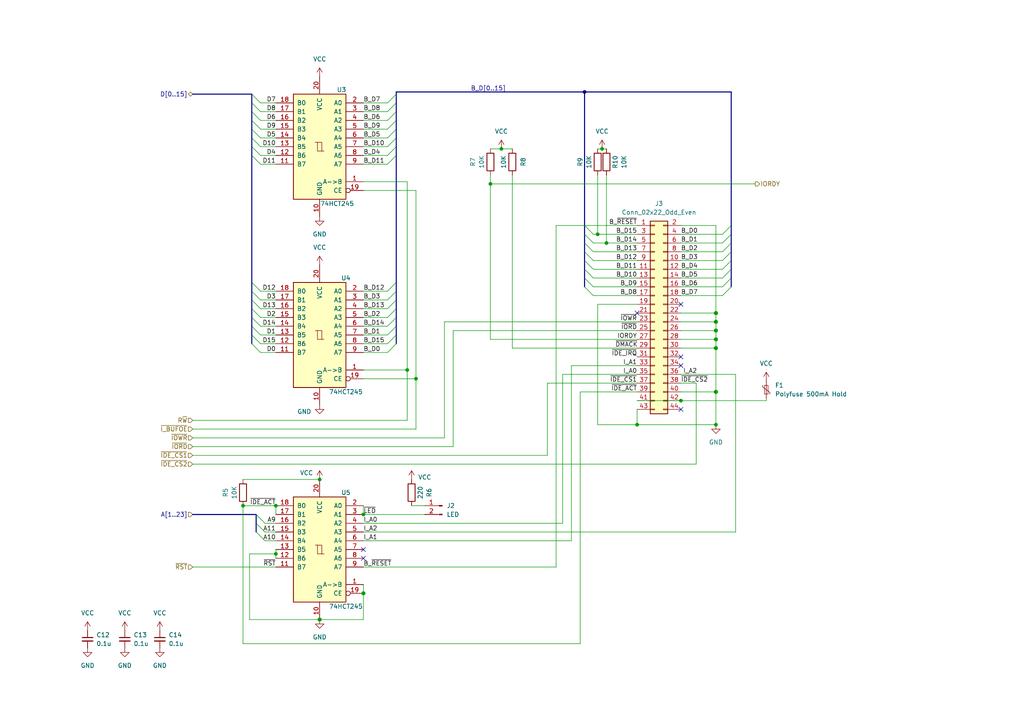
<source format=kicad_sch>
(kicad_sch (version 20211123) (generator eeschema)
  (paper "A4")
  (lib_symbols
    (symbol "74xx:74HC245" (pin_names (offset 1.016))
      (property "Reference" "U" (at -7.62 16.51 0))
      (property "Value" "74HC245" (at -7.62 -16.51 0))
      (symbol "74HC245_1_0"
        (polyline (pts (xy -0.635 -1.27) (xy -0.635 1.27) (xy 0.635 1.27)))
        (polyline (pts (xy -1.27 -1.27) (xy 0.635 -1.27) (xy 0.635 1.27) (xy 1.27 1.27)))
        (pin input line (at -12.7 -10.16 0) (length 5.08) (name "A->B") (number "1"))
        (pin power_in line (at 0 -20.32 90) (length 5.08) (name "GND") (number "10"))
        (pin tri_state line (at 12.7 -5.08 180) (length 5.08) (name "B7") (number "11"))
        (pin tri_state line (at 12.7 -2.54 180) (length 5.08) (name "B6") (number "12"))
        (pin tri_state line (at 12.7 0 180) (length 5.08) (name "B5") (number "13"))
        (pin tri_state line (at 12.7 2.54 180) (length 5.08) (name "B4") (number "14"))
        (pin tri_state line (at 12.7 5.08 180) (length 5.08) (name "B3") (number "15"))
        (pin tri_state line (at 12.7 7.62 180) (length 5.08) (name "B2") (number "16"))
        (pin tri_state line (at 12.7 10.16 180) (length 5.08) (name "B1") (number "17"))
        (pin tri_state line (at 12.7 12.7 180) (length 5.08) (name "B0") (number "18"))
        (pin input inverted (at -12.7 -12.7 0) (length 5.08) (name "CE") (number "19"))
        (pin tri_state line (at -12.7 12.7 0) (length 5.08) (name "A0") (number "2"))
        (pin power_in line (at 0 20.32 270) (length 5.08) (name "VCC") (number "20"))
        (pin tri_state line (at -12.7 10.16 0) (length 5.08) (name "A1") (number "3"))
        (pin tri_state line (at -12.7 7.62 0) (length 5.08) (name "A2") (number "4"))
        (pin tri_state line (at -12.7 5.08 0) (length 5.08) (name "A3") (number "5"))
        (pin tri_state line (at -12.7 2.54 0) (length 5.08) (name "A4") (number "6"))
        (pin tri_state line (at -12.7 0 0) (length 5.08) (name "A5") (number "7"))
        (pin tri_state line (at -12.7 -2.54 0) (length 5.08) (name "A6") (number "8"))
        (pin tri_state line (at -12.7 -5.08 0) (length 5.08) (name "A7") (number "9"))
      )
      (symbol "74HC245_1_1"
        (rectangle (start -7.62 15.24) (end 7.62 -15.24) (stroke (width 0.254)) (fill (type background)))
      )
    )
    (symbol "Connector:Conn_01x02_Male" (pin_names (offset 1.016) hide)
      (property "Reference" "J" (at 0 2.54 0))
      (property "Value" "Conn_01x02_Male" (at 0 -5.08 0))
      (symbol "Conn_01x02_Male_1_1"
        (polyline (pts (xy 1.27 -2.54) (xy 0.8636 -2.54)) (stroke (width 0.1524)))
        (polyline (pts (xy 1.27 0) (xy 0.8636 0)) (stroke (width 0.1524)))
        (rectangle (start 0.8636 -2.413) (end 0 -2.667) (stroke (width 0.1524)) (fill (type outline)))
        (rectangle (start 0.8636 0.127) (end 0 -0.127) (stroke (width 0.1524)) (fill (type outline)))
        (pin passive line (at 5.08 0 180) (length 3.81) (name "Pin_1") (number "1"))
        (pin passive line (at 5.08 -2.54 180) (length 3.81) (name "Pin_2") (number "2"))
      )
    )
    (symbol "Connector_Generic:Conn_02x22_Odd_Even" (pin_names (offset 1.016) hide)
      (property "Reference" "J" (at 1.27 27.94 0))
      (property "Value" "Conn_02x22_Odd_Even" (at 1.27 -30.48 0))
      (symbol "Conn_02x22_Odd_Even_1_1"
        (rectangle (start -1.27 -27.813) (end 0 -28.067) (stroke (width 0.1524)))
        (rectangle (start -1.27 -25.273) (end 0 -25.527) (stroke (width 0.1524)))
        (rectangle (start -1.27 -22.733) (end 0 -22.987) (stroke (width 0.1524)))
        (rectangle (start -1.27 -20.193) (end 0 -20.447) (stroke (width 0.1524)))
        (rectangle (start -1.27 -17.653) (end 0 -17.907) (stroke (width 0.1524)))
        (rectangle (start -1.27 -15.113) (end 0 -15.367) (stroke (width 0.1524)))
        (rectangle (start -1.27 -12.573) (end 0 -12.827) (stroke (width 0.1524)))
        (rectangle (start -1.27 -10.033) (end 0 -10.287) (stroke (width 0.1524)))
        (rectangle (start -1.27 -7.493) (end 0 -7.747) (stroke (width 0.1524)))
        (rectangle (start -1.27 -4.953) (end 0 -5.207) (stroke (width 0.1524)))
        (rectangle (start -1.27 -2.413) (end 0 -2.667) (stroke (width 0.1524)))
        (rectangle (start -1.27 0.127) (end 0 -0.127) (stroke (width 0.1524)))
        (rectangle (start -1.27 2.667) (end 0 2.413) (stroke (width 0.1524)))
        (rectangle (start -1.27 5.207) (end 0 4.953) (stroke (width 0.1524)))
        (rectangle (start -1.27 7.747) (end 0 7.493) (stroke (width 0.1524)))
        (rectangle (start -1.27 10.287) (end 0 10.033) (stroke (width 0.1524)))
        (rectangle (start -1.27 12.827) (end 0 12.573) (stroke (width 0.1524)))
        (rectangle (start -1.27 15.367) (end 0 15.113) (stroke (width 0.1524)))
        (rectangle (start -1.27 17.907) (end 0 17.653) (stroke (width 0.1524)))
        (rectangle (start -1.27 20.447) (end 0 20.193) (stroke (width 0.1524)))
        (rectangle (start -1.27 22.987) (end 0 22.733) (stroke (width 0.1524)))
        (rectangle (start -1.27 25.527) (end 0 25.273) (stroke (width 0.1524)))
        (rectangle (start -1.27 26.67) (end 3.81 -29.21) (stroke (width 0.254)) (fill (type background)))
        (rectangle (start 3.81 -27.813) (end 2.54 -28.067) (stroke (width 0.1524)))
        (rectangle (start 3.81 -25.273) (end 2.54 -25.527) (stroke (width 0.1524)))
        (rectangle (start 3.81 -22.733) (end 2.54 -22.987) (stroke (width 0.1524)))
        (rectangle (start 3.81 -20.193) (end 2.54 -20.447) (stroke (width 0.1524)))
        (rectangle (start 3.81 -17.653) (end 2.54 -17.907) (stroke (width 0.1524)))
        (rectangle (start 3.81 -15.113) (end 2.54 -15.367) (stroke (width 0.1524)))
        (rectangle (start 3.81 -12.573) (end 2.54 -12.827) (stroke (width 0.1524)))
        (rectangle (start 3.81 -10.033) (end 2.54 -10.287) (stroke (width 0.1524)))
        (rectangle (start 3.81 -7.493) (end 2.54 -7.747) (stroke (width 0.1524)))
        (rectangle (start 3.81 -4.953) (end 2.54 -5.207) (stroke (width 0.1524)))
        (rectangle (start 3.81 -2.413) (end 2.54 -2.667) (stroke (width 0.1524)))
        (rectangle (start 3.81 0.127) (end 2.54 -0.127) (stroke (width 0.1524)))
        (rectangle (start 3.81 2.667) (end 2.54 2.413) (stroke (width 0.1524)))
        (rectangle (start 3.81 5.207) (end 2.54 4.953) (stroke (width 0.1524)))
        (rectangle (start 3.81 7.747) (end 2.54 7.493) (stroke (width 0.1524)))
        (rectangle (start 3.81 10.287) (end 2.54 10.033) (stroke (width 0.1524)))
        (rectangle (start 3.81 12.827) (end 2.54 12.573) (stroke (width 0.1524)))
        (rectangle (start 3.81 15.367) (end 2.54 15.113) (stroke (width 0.1524)))
        (rectangle (start 3.81 17.907) (end 2.54 17.653) (stroke (width 0.1524)))
        (rectangle (start 3.81 20.447) (end 2.54 20.193) (stroke (width 0.1524)))
        (rectangle (start 3.81 22.987) (end 2.54 22.733) (stroke (width 0.1524)))
        (rectangle (start 3.81 25.527) (end 2.54 25.273) (stroke (width 0.1524)))
        (pin passive line (at -5.08 25.4 0) (length 3.81) (name "Pin_1") (number "1"))
        (pin passive line (at 7.62 15.24 180) (length 3.81) (name "Pin_10") (number "10"))
        (pin passive line (at -5.08 12.7 0) (length 3.81) (name "Pin_11") (number "11"))
        (pin passive line (at 7.62 12.7 180) (length 3.81) (name "Pin_12") (number "12"))
        (pin passive line (at -5.08 10.16 0) (length 3.81) (name "Pin_13") (number "13"))
        (pin passive line (at 7.62 10.16 180) (length 3.81) (name "Pin_14") (number "14"))
        (pin passive line (at -5.08 7.62 0) (length 3.81) (name "Pin_15") (number "15"))
        (pin passive line (at 7.62 7.62 180) (length 3.81) (name "Pin_16") (number "16"))
        (pin passive line (at -5.08 5.08 0) (length 3.81) (name "Pin_17") (number "17"))
        (pin passive line (at 7.62 5.08 180) (length 3.81) (name "Pin_18") (number "18"))
        (pin passive line (at -5.08 2.54 0) (length 3.81) (name "Pin_19") (number "19"))
        (pin passive line (at 7.62 25.4 180) (length 3.81) (name "Pin_2") (number "2"))
        (pin passive line (at 7.62 2.54 180) (length 3.81) (name "Pin_20") (number "20"))
        (pin passive line (at -5.08 0 0) (length 3.81) (name "Pin_21") (number "21"))
        (pin passive line (at 7.62 0 180) (length 3.81) (name "Pin_22") (number "22"))
        (pin passive line (at -5.08 -2.54 0) (length 3.81) (name "Pin_23") (number "23"))
        (pin passive line (at 7.62 -2.54 180) (length 3.81) (name "Pin_24") (number "24"))
        (pin passive line (at -5.08 -5.08 0) (length 3.81) (name "Pin_25") (number "25"))
        (pin passive line (at 7.62 -5.08 180) (length 3.81) (name "Pin_26") (number "26"))
        (pin passive line (at -5.08 -7.62 0) (length 3.81) (name "Pin_27") (number "27"))
        (pin passive line (at 7.62 -7.62 180) (length 3.81) (name "Pin_28") (number "28"))
        (pin passive line (at -5.08 -10.16 0) (length 3.81) (name "Pin_29") (number "29"))
        (pin passive line (at -5.08 22.86 0) (length 3.81) (name "Pin_3") (number "3"))
        (pin passive line (at 7.62 -10.16 180) (length 3.81) (name "Pin_30") (number "30"))
        (pin passive line (at -5.08 -12.7 0) (length 3.81) (name "Pin_31") (number "31"))
        (pin passive line (at 7.62 -12.7 180) (length 3.81) (name "Pin_32") (number "32"))
        (pin passive line (at -5.08 -15.24 0) (length 3.81) (name "Pin_33") (number "33"))
        (pin passive line (at 7.62 -15.24 180) (length 3.81) (name "Pin_34") (number "34"))
        (pin passive line (at -5.08 -17.78 0) (length 3.81) (name "Pin_35") (number "35"))
        (pin passive line (at 7.62 -17.78 180) (length 3.81) (name "Pin_36") (number "36"))
        (pin passive line (at -5.08 -20.32 0) (length 3.81) (name "Pin_37") (number "37"))
        (pin passive line (at 7.62 -20.32 180) (length 3.81) (name "Pin_38") (number "38"))
        (pin passive line (at -5.08 -22.86 0) (length 3.81) (name "Pin_39") (number "39"))
        (pin passive line (at 7.62 22.86 180) (length 3.81) (name "Pin_4") (number "4"))
        (pin passive line (at 7.62 -22.86 180) (length 3.81) (name "Pin_40") (number "40"))
        (pin passive line (at -5.08 -25.4 0) (length 3.81) (name "Pin_41") (number "41"))
        (pin passive line (at 7.62 -25.4 180) (length 3.81) (name "Pin_42") (number "42"))
        (pin passive line (at -5.08 -27.94 0) (length 3.81) (name "Pin_43") (number "43"))
        (pin passive line (at 7.62 -27.94 180) (length 3.81) (name "Pin_44") (number "44"))
        (pin passive line (at -5.08 20.32 0) (length 3.81) (name "Pin_5") (number "5"))
        (pin passive line (at 7.62 20.32 180) (length 3.81) (name "Pin_6") (number "6"))
        (pin passive line (at -5.08 17.78 0) (length 3.81) (name "Pin_7") (number "7"))
        (pin passive line (at 7.62 17.78 180) (length 3.81) (name "Pin_8") (number "8"))
        (pin passive line (at -5.08 15.24 0) (length 3.81) (name "Pin_9") (number "9"))
      )
    )
    (symbol "Device:C_Small" (pin_numbers hide) (pin_names (offset 0.254) hide)
      (property "Reference" "C" (at 0.254 1.778 0))
      (property "Value" "C_Small" (at 0.254 -2.032 0))
      (symbol "C_Small_0_1"
        (polyline (pts (xy -1.524 -0.508) (xy 1.524 -0.508)) (stroke (width 0.3302)))
        (polyline (pts (xy -1.524 0.508) (xy 1.524 0.508)) (stroke (width 0.3048)))
      )
      (symbol "C_Small_1_1"
        (pin passive line (at 0 2.54 270) (length 2.032) (name "~") (number "1"))
        (pin passive line (at 0 -2.54 90) (length 2.032) (name "~") (number "2"))
      )
    )
    (symbol "Device:Polyfuse_Small" (pin_numbers hide) (pin_names (offset 0))
      (property "Reference" "F" (at -1.905 0 90))
      (property "Value" "Polyfuse_Small" (at 1.905 0 90))
      (symbol "Polyfuse_Small_0_1"
        (rectangle (start -0.508 1.27) (end 0.508 -1.27))
        (polyline (pts (xy 0 2.54) (xy 0 -2.54)))
        (polyline (pts (xy -1.016 1.27) (xy -1.016 0.762) (xy 1.016 -0.762) (xy 1.016 -1.27)))
      )
      (symbol "Polyfuse_Small_1_1"
        (pin passive line (at 0 2.54 270) (length 0.635) (name "~") (number "1"))
        (pin passive line (at 0 -2.54 90) (length 0.635) (name "~") (number "2"))
      )
    )
    (symbol "Device:R" (pin_numbers hide) (pin_names (offset 0))
      (property "Reference" "R" (at 2.032 0 90))
      (property "Value" "R" (at 0 0 90))
      (symbol "R_0_1"
        (rectangle (start -1.016 -2.54) (end 1.016 2.54) (stroke (width 0.254)))
      )
      (symbol "R_1_1"
        (pin passive line (at 0 3.81 270) (length 1.27) (name "~") (number "1"))
        (pin passive line (at 0 -3.81 90) (length 1.27) (name "~") (number "2"))
      )
    )
    (symbol "power:GND" (power) (pin_names (offset 0))
      (property "Value" "GND" (at 0 -3.81 0))
      (symbol "GND_0_1"
        (polyline (pts (xy 0 0) (xy 0 -1.27) (xy 1.27 -1.27) (xy 0 -2.54) (xy -1.27 -1.27) (xy 0 -1.27)))
      )
      (symbol "GND_1_1"
        (pin power_in line (at 0 0 270) (length 0) hide (name "GND") (number "1"))
      )
    )
    (symbol "power:VCC" (power) (pin_names (offset 0))
      (property "Value" "VCC" (at 0 3.81 0))
      (symbol "VCC_0_1"
        (polyline (pts (xy -0.762 1.27) (xy 0 2.54)))
        (polyline (pts (xy 0 0) (xy 0 2.54)))
        (polyline (pts (xy 0 2.54) (xy 0.762 1.27)))
      )
      (symbol "VCC_1_1"
        (pin power_in line (at 0 0 90) (length 0) hide (name "VCC") (number "1"))
      )
    )
  )
  (junction (at 145.415 43.18))
  (junction (at 92.71 139.065))
  (junction (at 80.01 160.655))
  (junction (at 120.65 109.855))
  (junction (at 207.645 95.885) (diameter 1.016))
  (junction (at 118.11 107.315))
  (junction (at 207.645 123.19))
  (junction (at 105.41 172.085) (diameter 1.016))
  (junction (at 207.645 98.425) (diameter 1.016))
  (junction (at 207.645 93.345) (diameter 1.016))
  (junction (at 142.24 53.34))
  (junction (at 70.485 146.685))
  (junction (at 174.625 43.18))
  (junction (at 175.895 70.485))
  (junction (at 207.645 113.665) (diameter 1.016))
  (junction (at 197.485 116.205))
  (junction (at 207.645 90.805) (diameter 1.016))
  (junction (at 184.785 123.19))
  (junction (at 173.355 67.945))
  (junction (at 207.645 100.965) (diameter 1.016))
  (junction (at 169.545 26.67))
  (junction (at 92.71 179.705) (diameter 1.016))
  (junction (at 80.01 146.685))
  (junction (at 105.41 149.225))
  (no_connect (at 184.785 90.805))
  (no_connect (at 105.41 159.385))
  (no_connect (at 105.41 161.925))
  (no_connect (at 197.485 103.505))
  (no_connect (at 197.485 106.045))
  (no_connect (at 197.485 118.745))
  (no_connect (at 197.485 88.265))
  (bus_entry (at 73.025 97.155) (size 2.54 2.54))
  (bus_entry (at 73.025 29.845) (size 2.54 2.54))
  (bus_entry (at 112.395 37.465) (size 2.54 -2.54))
  (bus_entry (at 73.025 40.005) (size 2.54 2.54))
  (bus_entry (at 112.395 94.615) (size 2.54 -2.54))
  (bus_entry (at 73.025 94.615) (size 2.54 2.54))
  (bus_entry (at 112.395 97.155) (size 2.54 -2.54))
  (bus_entry (at 169.545 67.945) (size 2.54 2.54))
  (bus_entry (at 74.295 154.305) (size 2.54 2.54))
  (bus_entry (at 209.55 83.185) (size 2.54 -2.54))
  (bus_entry (at 169.545 80.645) (size 2.54 2.54))
  (bus_entry (at 209.55 70.485) (size 2.54 -2.54))
  (bus_entry (at 209.55 75.565) (size 2.54 -2.54))
  (bus_entry (at 112.395 84.455) (size 2.54 -2.54))
  (bus_entry (at 209.55 67.945) (size 2.54 -2.54))
  (bus_entry (at 209.55 80.645) (size 2.54 -2.54))
  (bus_entry (at 74.295 149.225) (size 2.54 2.54))
  (bus_entry (at 73.025 34.925) (size 2.54 2.54))
  (bus_entry (at 112.395 92.075) (size 2.54 -2.54))
  (bus_entry (at 74.295 151.765) (size 2.54 2.54))
  (bus_entry (at 112.395 86.995) (size 2.54 -2.54))
  (bus_entry (at 169.545 70.485) (size 2.54 2.54))
  (bus_entry (at 73.025 89.535) (size 2.54 2.54))
  (bus_entry (at 112.395 99.695) (size 2.54 -2.54))
  (bus_entry (at 112.395 32.385) (size 2.54 -2.54))
  (bus_entry (at 73.025 84.455) (size 2.54 2.54))
  (bus_entry (at 112.395 40.005) (size 2.54 -2.54))
  (bus_entry (at 112.395 42.545) (size 2.54 -2.54))
  (bus_entry (at 169.545 83.185) (size 2.54 2.54))
  (bus_entry (at 73.025 81.915) (size 2.54 2.54))
  (bus_entry (at 73.025 37.465) (size 2.54 2.54))
  (bus_entry (at 112.395 45.085) (size 2.54 -2.54))
  (bus_entry (at 169.545 78.105) (size 2.54 2.54))
  (bus_entry (at 209.55 73.025) (size 2.54 -2.54))
  (bus_entry (at 209.55 85.725) (size 2.54 -2.54))
  (bus_entry (at 73.025 27.305) (size 2.54 2.54))
  (bus_entry (at 169.545 65.405) (size 2.54 2.54))
  (bus_entry (at 169.545 75.565) (size 2.54 2.54))
  (bus_entry (at 169.545 73.025) (size 2.54 2.54))
  (bus_entry (at 73.025 32.385) (size 2.54 2.54))
  (bus_entry (at 112.395 89.535) (size 2.54 -2.54))
  (bus_entry (at 112.395 34.925) (size 2.54 -2.54))
  (bus_entry (at 112.395 29.845) (size 2.54 -2.54))
  (bus_entry (at 209.55 78.105) (size 2.54 -2.54))
  (bus_entry (at 73.025 42.545) (size 2.54 2.54))
  (bus_entry (at 73.025 86.995) (size 2.54 2.54))
  (bus_entry (at 73.025 92.075) (size 2.54 2.54))
  (bus_entry (at 112.395 47.625) (size 2.54 -2.54))
  (bus_entry (at 73.025 45.085) (size 2.54 2.54))
  (bus_entry (at 73.025 99.695) (size 2.54 2.54))
  (bus_entry (at 112.395 102.235) (size 2.54 -2.54))
  (bus (pts (xy 114.935 37.465) (xy 114.935 40.005)))
  (bus (pts (xy 212.09 26.67) (xy 169.545 26.67)))
  (wire (pts (xy 105.41 45.085) (xy 112.395 45.085)))
  (wire (pts (xy 75.565 102.235) (xy 80.01 102.235)))
  (wire (pts (xy 55.88 121.92) (xy 118.11 121.92)))
  (wire (pts (xy 75.565 32.385) (xy 80.01 32.385)))
  (bus (pts (xy 114.935 92.075) (xy 114.935 94.615)))
  (wire (pts (xy 105.41 109.855) (xy 120.65 109.855)))
  (bus (pts (xy 73.025 94.615) (xy 73.025 92.075)))
  (wire (pts (xy 120.65 124.46) (xy 55.88 124.46)))
  (wire (pts (xy 197.485 80.645) (xy 209.55 80.645)))
  (bus (pts (xy 74.295 151.765) (xy 74.295 149.225)))
  (bus (pts (xy 73.025 37.465) (xy 73.025 34.925)))
  (bus (pts (xy 114.935 84.455) (xy 114.935 86.995)))
  (wire (pts (xy 197.485 73.025) (xy 209.55 73.025)))
  (bus (pts (xy 114.935 94.615) (xy 114.935 97.155)))
  (wire (pts (xy 76.835 151.765) (xy 80.01 151.765)))
  (wire (pts (xy 75.565 34.925) (xy 80.01 34.925)))
  (wire (pts (xy 169.545 65.405) (xy 184.785 65.405)))
  (wire (pts (xy 105.41 97.155) (xy 112.395 97.155)))
  (wire (pts (xy 197.485 111.125) (xy 201.93 111.125)))
  (bus (pts (xy 114.935 45.085) (xy 114.935 81.915)))
  (wire (pts (xy 174.625 43.18) (xy 175.895 43.18)))
  (wire (pts (xy 172.085 75.565) (xy 184.785 75.565)))
  (wire (pts (xy 120.65 55.245) (xy 120.65 109.855)))
  (bus (pts (xy 73.025 29.845) (xy 73.025 27.305)))
  (bus (pts (xy 169.545 26.67) (xy 169.545 65.405)))
  (wire (pts (xy 75.565 42.545) (xy 80.01 42.545)))
  (bus (pts (xy 169.545 65.405) (xy 169.545 67.945)))
  (wire (pts (xy 105.41 34.925) (xy 112.395 34.925)))
  (wire (pts (xy 172.085 70.485) (xy 175.895 70.485)))
  (wire (pts (xy 197.485 85.725) (xy 209.55 85.725)))
  (wire (pts (xy 118.11 107.315) (xy 118.11 121.92)))
  (wire (pts (xy 128.905 93.345) (xy 128.905 127)))
  (wire (pts (xy 75.565 84.455) (xy 80.01 84.455)))
  (wire (pts (xy 120.65 109.855) (xy 120.65 124.46)))
  (wire (pts (xy 197.485 78.105) (xy 209.55 78.105)))
  (wire (pts (xy 105.41 169.545) (xy 105.41 172.085)))
  (wire (pts (xy 105.41 99.695) (xy 112.395 99.695)))
  (wire (pts (xy 105.41 52.705) (xy 118.11 52.705)))
  (wire (pts (xy 142.24 53.34) (xy 219.075 53.34)))
  (wire (pts (xy 72.39 160.655) (xy 80.01 160.655)))
  (wire (pts (xy 197.485 70.485) (xy 209.55 70.485)))
  (wire (pts (xy 184.785 116.205) (xy 197.485 116.205)))
  (wire (pts (xy 105.41 94.615) (xy 112.395 94.615)))
  (wire (pts (xy 105.41 55.245) (xy 120.65 55.245)))
  (wire (pts (xy 105.41 149.225) (xy 123.19 149.225)))
  (wire (pts (xy 184.785 108.585) (xy 163.195 108.585)))
  (wire (pts (xy 80.01 159.385) (xy 80.01 160.655)))
  (bus (pts (xy 73.025 97.155) (xy 73.025 94.615)))
  (bus (pts (xy 73.025 99.695) (xy 73.025 97.155)))
  (wire (pts (xy 197.485 93.345) (xy 207.645 93.345)))
  (bus (pts (xy 114.935 81.915) (xy 114.935 84.455)))
  (wire (pts (xy 105.41 32.385) (xy 112.395 32.385)))
  (wire (pts (xy 55.88 132.08) (xy 158.75 132.08)))
  (bus (pts (xy 74.295 154.305) (xy 74.295 151.765)))
  (wire (pts (xy 197.485 75.565) (xy 209.55 75.565)))
  (wire (pts (xy 75.565 99.695) (xy 80.01 99.695)))
  (wire (pts (xy 172.085 73.025) (xy 184.785 73.025)))
  (bus (pts (xy 73.025 92.075) (xy 73.025 89.535)))
  (wire (pts (xy 207.645 90.805) (xy 197.485 90.805)))
  (wire (pts (xy 184.785 98.425) (xy 142.24 98.425)))
  (wire (pts (xy 197.485 65.405) (xy 207.645 65.405)))
  (wire (pts (xy 173.355 50.8) (xy 173.355 67.945)))
  (bus (pts (xy 169.545 78.105) (xy 169.545 80.645)))
  (bus (pts (xy 114.935 42.545) (xy 114.935 45.085)))
  (bus (pts (xy 73.025 34.925) (xy 73.025 32.385)))
  (wire (pts (xy 158.75 111.125) (xy 158.75 132.08)))
  (wire (pts (xy 213.36 154.305) (xy 213.36 108.585)))
  (wire (pts (xy 75.565 92.075) (xy 80.01 92.075)))
  (wire (pts (xy 105.41 84.455) (xy 112.395 84.455)))
  (wire (pts (xy 184.785 93.345) (xy 128.905 93.345)))
  (wire (pts (xy 75.565 89.535) (xy 80.01 89.535)))
  (bus (pts (xy 114.935 97.155) (xy 114.935 99.695)))
  (wire (pts (xy 169.545 65.405) (xy 161.29 65.405)))
  (wire (pts (xy 148.59 50.8) (xy 148.59 100.965)))
  (wire (pts (xy 105.41 92.075) (xy 112.395 92.075)))
  (bus (pts (xy 73.025 84.455) (xy 73.025 81.915)))
  (wire (pts (xy 76.835 156.845) (xy 80.01 156.845)))
  (wire (pts (xy 161.29 164.465) (xy 105.41 164.465)))
  (bus (pts (xy 55.88 149.225) (xy 74.295 149.225)))
  (wire (pts (xy 105.41 37.465) (xy 112.395 37.465)))
  (wire (pts (xy 70.485 139.065) (xy 92.71 139.065)))
  (wire (pts (xy 75.565 97.155) (xy 80.01 97.155)))
  (wire (pts (xy 55.88 164.465) (xy 80.01 164.465)))
  (bus (pts (xy 114.935 86.995) (xy 114.935 89.535)))
  (wire (pts (xy 197.485 108.585) (xy 213.36 108.585)))
  (wire (pts (xy 131.445 129.54) (xy 131.445 95.885)))
  (wire (pts (xy 184.785 95.885) (xy 131.445 95.885)))
  (bus (pts (xy 212.09 67.945) (xy 212.09 70.485)))
  (bus (pts (xy 169.545 73.025) (xy 169.545 75.565)))
  (wire (pts (xy 105.41 172.085) (xy 105.41 179.705)))
  (wire (pts (xy 75.565 40.005) (xy 80.01 40.005)))
  (wire (pts (xy 173.355 43.18) (xy 174.625 43.18)))
  (bus (pts (xy 212.09 65.405) (xy 212.09 67.945)))
  (wire (pts (xy 105.41 47.625) (xy 112.395 47.625)))
  (wire (pts (xy 75.565 86.995) (xy 80.01 86.995)))
  (wire (pts (xy 148.59 100.965) (xy 184.785 100.965)))
  (bus (pts (xy 73.025 86.995) (xy 73.025 84.455)))
  (wire (pts (xy 163.195 151.765) (xy 105.41 151.765)))
  (bus (pts (xy 73.025 81.915) (xy 73.025 45.085)))
  (wire (pts (xy 197.485 116.205) (xy 222.25 116.205)))
  (bus (pts (xy 73.025 32.385) (xy 73.025 29.845)))
  (wire (pts (xy 55.88 129.54) (xy 131.445 129.54)))
  (wire (pts (xy 75.565 37.465) (xy 80.01 37.465)))
  (bus (pts (xy 55.88 27.305) (xy 73.025 27.305)))
  (wire (pts (xy 172.085 78.105) (xy 184.785 78.105)))
  (wire (pts (xy 197.485 100.965) (xy 207.645 100.965)))
  (wire (pts (xy 105.41 156.845) (xy 165.735 156.845)))
  (wire (pts (xy 168.275 186.69) (xy 70.485 186.69)))
  (wire (pts (xy 75.565 47.625) (xy 80.01 47.625)))
  (wire (pts (xy 145.415 43.18) (xy 148.59 43.18)))
  (wire (pts (xy 207.645 100.965) (xy 207.645 113.665)))
  (wire (pts (xy 173.355 88.265) (xy 173.355 123.19)))
  (wire (pts (xy 105.41 154.305) (xy 213.36 154.305)))
  (wire (pts (xy 172.085 67.945) (xy 173.355 67.945)))
  (wire (pts (xy 165.735 106.045) (xy 184.785 106.045)))
  (bus (pts (xy 212.09 80.645) (xy 212.09 83.185)))
  (wire (pts (xy 55.88 127) (xy 128.905 127)))
  (wire (pts (xy 92.71 179.705) (xy 105.41 179.705)))
  (wire (pts (xy 197.485 67.945) (xy 209.55 67.945)))
  (wire (pts (xy 168.275 113.665) (xy 168.275 186.69)))
  (wire (pts (xy 201.93 111.125) (xy 201.93 134.62)))
  (wire (pts (xy 172.085 83.185) (xy 184.785 83.185)))
  (wire (pts (xy 197.485 83.185) (xy 209.55 83.185)))
  (wire (pts (xy 142.24 98.425) (xy 142.24 53.34)))
  (wire (pts (xy 105.41 107.315) (xy 118.11 107.315)))
  (wire (pts (xy 105.41 86.995) (xy 112.395 86.995)))
  (wire (pts (xy 207.645 113.665) (xy 197.485 113.665)))
  (bus (pts (xy 114.935 27.305) (xy 114.935 29.845)))
  (bus (pts (xy 73.025 45.085) (xy 73.025 42.545)))
  (wire (pts (xy 105.41 40.005) (xy 112.395 40.005)))
  (bus (pts (xy 73.025 89.535) (xy 73.025 86.995)))
  (wire (pts (xy 207.645 93.345) (xy 207.645 90.805)))
  (bus (pts (xy 169.545 80.645) (xy 169.545 83.185)))
  (wire (pts (xy 75.565 29.845) (xy 80.01 29.845)))
  (wire (pts (xy 105.41 146.685) (xy 105.41 149.225)))
  (wire (pts (xy 222.25 116.205) (xy 222.25 115.57)))
  (wire (pts (xy 75.565 94.615) (xy 80.01 94.615)))
  (wire (pts (xy 76.835 154.305) (xy 80.01 154.305)))
  (bus (pts (xy 114.935 26.67) (xy 114.935 27.305)))
  (wire (pts (xy 197.485 95.885) (xy 207.645 95.885)))
  (wire (pts (xy 184.785 88.265) (xy 173.355 88.265)))
  (bus (pts (xy 212.09 26.67) (xy 212.09 65.405)))
  (wire (pts (xy 168.275 113.665) (xy 184.785 113.665)))
  (wire (pts (xy 55.88 134.62) (xy 201.93 134.62)))
  (wire (pts (xy 173.355 123.19) (xy 184.785 123.19)))
  (bus (pts (xy 114.935 32.385) (xy 114.935 34.925)))
  (wire (pts (xy 207.645 65.405) (xy 207.645 90.805)))
  (wire (pts (xy 197.485 98.425) (xy 207.645 98.425)))
  (wire (pts (xy 118.11 52.705) (xy 118.11 107.315)))
  (bus (pts (xy 212.09 78.105) (xy 212.09 80.645)))
  (wire (pts (xy 105.41 29.845) (xy 112.395 29.845)))
  (bus (pts (xy 212.09 75.565) (xy 212.09 78.105)))
  (wire (pts (xy 207.645 113.665) (xy 207.645 123.19)))
  (bus (pts (xy 114.935 26.67) (xy 169.545 26.67)))
  (wire (pts (xy 207.645 98.425) (xy 207.645 95.885)))
  (wire (pts (xy 175.895 70.485) (xy 184.785 70.485)))
  (wire (pts (xy 163.195 108.585) (xy 163.195 151.765)))
  (wire (pts (xy 158.75 111.125) (xy 184.785 111.125)))
  (wire (pts (xy 119.38 146.685) (xy 123.19 146.685)))
  (bus (pts (xy 114.935 40.005) (xy 114.935 42.545)))
  (wire (pts (xy 207.645 95.885) (xy 207.645 93.345)))
  (bus (pts (xy 73.025 42.545) (xy 73.025 40.005)))
  (wire (pts (xy 165.735 156.845) (xy 165.735 106.045)))
  (wire (pts (xy 80.01 160.655) (xy 80.01 161.925)))
  (wire (pts (xy 80.01 146.685) (xy 80.01 149.225)))
  (bus (pts (xy 212.09 70.485) (xy 212.09 73.025)))
  (wire (pts (xy 172.085 85.725) (xy 184.785 85.725)))
  (wire (pts (xy 175.895 50.8) (xy 175.895 70.485)))
  (wire (pts (xy 142.24 53.34) (xy 142.24 50.8)))
  (bus (pts (xy 169.545 75.565) (xy 169.545 78.105)))
  (bus (pts (xy 212.09 73.025) (xy 212.09 75.565)))
  (bus (pts (xy 169.545 67.945) (xy 169.545 70.485)))
  (wire (pts (xy 72.39 179.705) (xy 92.71 179.705)))
  (bus (pts (xy 114.935 34.925) (xy 114.935 37.465)))
  (wire (pts (xy 105.41 102.235) (xy 112.395 102.235)))
  (bus (pts (xy 114.935 29.845) (xy 114.935 32.385)))
  (wire (pts (xy 184.785 123.19) (xy 207.645 123.19)))
  (wire (pts (xy 70.485 146.685) (xy 80.01 146.685)))
  (wire (pts (xy 207.645 100.965) (xy 207.645 98.425)))
  (wire (pts (xy 72.39 160.655) (xy 72.39 179.705)))
  (wire (pts (xy 161.29 65.405) (xy 161.29 164.465)))
  (bus (pts (xy 114.935 89.535) (xy 114.935 92.075)))
  (wire (pts (xy 75.565 45.085) (xy 80.01 45.085)))
  (wire (pts (xy 184.785 118.745) (xy 184.785 123.19)))
  (wire (pts (xy 105.41 42.545) (xy 112.395 42.545)))
  (wire (pts (xy 173.355 67.945) (xy 184.785 67.945)))
  (wire (pts (xy 142.24 43.18) (xy 145.415 43.18)))
  (wire (pts (xy 70.485 186.69) (xy 70.485 146.685)))
  (bus (pts (xy 169.545 70.485) (xy 169.545 73.025)))
  (bus (pts (xy 73.025 40.005) (xy 73.025 37.465)))
  (wire (pts (xy 172.085 80.645) (xy 184.785 80.645)))
  (wire (pts (xy 105.41 89.535) (xy 112.395 89.535)))
  (label "I_A1" (at 184.785 106.045 180))
  (label "B_D[0..15]" (at 136.525 26.67 0))
  (label "B_~{RESET}" (at 184.785 65.405 180))
  (label "B_D7" (at 105.41 29.845 0))
  (label "B_D4" (at 197.485 78.105 0))
  (label "B_D6" (at 197.485 83.185 0))
  (label "I_A2" (at 198.12 108.585 0))
  (label "B_D0" (at 105.41 102.235 0))
  (label "B_D9" (at 105.41 37.465 0))
  (label "B_D13" (at 184.785 73.025 180))
  (label "B_D0" (at 197.485 67.945 0))
  (label "I_A2" (at 105.41 154.305 0))
  (label "~{LED}" (at 105.41 149.225 0))
  (label "D4" (at 80.01 45.085 180))
  (label "~{RST}" (at 80.01 164.465 180))
  (label "B_D7" (at 197.485 85.725 0))
  (label "D11" (at 80.01 47.625 180))
  (label "~{IDE_ACT}" (at 80.01 146.685 180))
  (label "B_D8" (at 105.41 32.385 0))
  (label "B_D5" (at 105.41 40.005 0))
  (label "B_D4" (at 105.41 45.085 0))
  (label "B_D2" (at 197.485 73.025 0))
  (label "B_D10" (at 105.41 42.545 0))
  (label "D13" (at 80.01 89.535 180))
  (label "B_D14" (at 184.785 70.485 180))
  (label "B_D15" (at 105.41 99.695 0))
  (label "D7" (at 80.01 29.845 180))
  (label "D14" (at 80.01 94.615 180))
  (label "B_D14" (at 105.41 94.615 0))
  (label "D3" (at 80.01 86.995 180))
  (label "D15" (at 80.01 99.695 180))
  (label "A9" (at 80.01 151.765 180))
  (label "B_D1" (at 105.41 97.155 0))
  (label "B_D3" (at 197.485 75.565 0))
  (label "~{IDE_ACT}" (at 184.785 113.665 180))
  (label "D8" (at 80.01 32.385 180))
  (label "D5" (at 80.01 40.005 180))
  (label "A11" (at 80.01 154.305 180))
  (label "D0" (at 80.01 102.235 180))
  (label "I_A0" (at 105.41 151.765 0))
  (label "B_~{RESET}" (at 105.41 164.465 0))
  (label "B_D11" (at 184.785 78.105 180))
  (label "B_D9" (at 184.785 83.185 180))
  (label "B_D8" (at 184.785 85.725 180))
  (label "~{IOWR}" (at 184.785 93.345 180))
  (label "~{IDE_CS2}" (at 197.485 111.125 0))
  (label "~{IDE_IRQ}" (at 184.785 103.505 180))
  (label "A10" (at 80.01 156.845 180))
  (label "B_D5" (at 197.485 80.645 0))
  (label "D2" (at 80.01 92.075 180))
  (label "B_D13" (at 105.41 89.535 0))
  (label "I_A1" (at 105.41 156.845 0))
  (label "B_D10" (at 184.785 80.645 180))
  (label "D10" (at 80.01 42.545 180))
  (label "~{DMACK}" (at 178.435 100.965 0))
  (label "~{IDE_CS1}" (at 184.785 111.125 180))
  (label "IORDY" (at 184.785 98.425 180))
  (label "B_D6" (at 105.41 34.925 0))
  (label "B_D12" (at 184.785 75.565 180))
  (label "B_D12" (at 105.41 84.455 0))
  (label "D12" (at 80.01 84.455 180))
  (label "I_A0" (at 184.785 108.585 180))
  (label "B_D3" (at 105.41 86.995 0))
  (label "D6" (at 80.01 34.925 180))
  (label "D9" (at 80.01 37.465 180))
  (label "~{IORD}" (at 184.785 95.885 180))
  (label "B_D11" (at 105.41 47.625 0))
  (label "B_D15" (at 184.785 67.945 180))
  (label "B_D1" (at 197.485 70.485 0))
  (label "B_D2" (at 105.41 92.075 0))
  (label "D1" (at 80.01 97.155 180))
  (hierarchical_label "D[0..15]" (shape bidirectional) (at 55.88 27.305 180))
  (hierarchical_label "~{IORD}" (shape input) (at 55.88 129.54 180))
  (hierarchical_label "A[1..23]" (shape input) (at 55.88 149.225 180))
  (hierarchical_label "IORDY" (shape output) (at 219.075 53.34 0))
  (hierarchical_label "~{IDE_CS1}" (shape input) (at 55.88 132.08 180))
  (hierarchical_label "R~{W}" (shape input) (at 55.88 121.92 180))
  (hierarchical_label "~{IDE_CS2}" (shape input) (at 55.88 134.62 180))
  (hierarchical_label "~{IOWR}" (shape input) (at 55.88 127 180))
  (hierarchical_label "~{I_BUFOE}" (shape input) (at 55.88 124.46 180))
  (hierarchical_label "~{RST}" (shape input) (at 55.88 164.465 180))
  (symbol (lib_id "power:VCC") (at 92.71 139.065 0) (unit 1)
    (property "Reference" "#PWR035" (effects hide))
    (property "Value" "VCC" (at 88.9 137.16 0))
  )
  (symbol (lib_id "Device:C_Small") (at 46.355 185.42 0) (unit 1)
    (property "Reference" "C14" (at 48.895 184.1499 0) (effects (justify left)))
    (property "Value" "0.1u" (at 48.895 186.6899 0) (effects (justify left)))
    (property "Footprint" "Capacitor_SMD:C_0603_1608Metric" (effects hide))
    (property "LCSC #" "C14663" (effects hide))
  )
  (symbol (lib_id "power:VCC") (at 145.415 43.18 0) (unit 1)
    (property "Reference" "#PWR038" (effects hide))
    (property "Value" "VCC" (at 145.415 38.1 0))
  )
  (symbol (lib_id "power:GND") (at 36.195 187.96 0) (unit 1)
    (property "Reference" "#PWR028" (effects hide))
    (property "Value" "GND" (at 36.195 193.04 0))
  )
  (symbol (lib_id "74xx:74HC245") (at 92.71 97.155 0) (mirror y) (unit 1)
    (property "Reference" "U4" (at 100.33 80.645 0))
    (property "Value" "74HCT245" (at 100.33 113.665 0))
    (property "Footprint" "Package_SO:TSSOP-20_4.4x6.5mm_P0.65mm" (effects hide))
    (property "Datasheet" "http://www.ti.com/lit/gpn/sn74HC245" (effects hide))
    (property "LCSC #" "C6779" (effects hide))
  )
  (symbol (lib_id "power:VCC") (at 92.71 22.225 0) (unit 1)
    (property "Reference" "#PWR031" (effects hide))
    (property "Value" "VCC" (at 92.71 17.145 0))
  )
  (symbol (lib_id "power:VCC") (at 46.355 182.88 0) (unit 1)
    (property "Reference" "#PWR029" (effects hide))
    (property "Value" "VCC" (at 46.355 177.8 0))
  )
  (symbol (lib_id "Device:R") (at 175.895 46.99 180) (unit 1)
    (property "Reference" "R10" (at 178.435 46.99 90))
    (property "Value" "10K" (at 180.975 46.99 90))
    (property "Footprint" "Resistor_SMD:R_0603_1608Metric" (effects hide))
    (property "LCSC #" "C25804" (effects hide))
  )
  (symbol (lib_id "Device:R") (at 173.355 46.99 180) (unit 1)
    (property "Reference" "R9" (at 168.275 46.99 90))
    (property "Value" "10K" (at 170.815 46.99 90))
    (property "Footprint" "Resistor_SMD:R_0603_1608Metric" (effects hide))
    (property "LCSC #" "C25804" (effects hide))
  )
  (symbol (lib_id "power:GND") (at 207.645 123.19 0) (unit 1)
    (property "Reference" "#PWR040" (effects hide))
    (property "Value" "GND" (at 207.645 128.27 0))
  )
  (symbol (lib_id "Device:C_Small") (at 36.195 185.42 0) (unit 1)
    (property "Reference" "C13" (at 38.735 184.1499 0) (effects (justify left)))
    (property "Value" "0.1u" (at 38.735 186.6899 0) (effects (justify left)))
    (property "Footprint" "Capacitor_SMD:C_0603_1608Metric" (effects hide))
    (property "LCSC #" "C14663" (effects hide))
  )
  (symbol (lib_id "Device:R") (at 148.59 46.99 180) (unit 1)
    (property "Reference" "R8" (at 151.765 46.99 90))
    (property "Value" "10K" (at 146.05 46.99 90))
    (property "Footprint" "Resistor_SMD:R_0603_1608Metric" (effects hide))
    (property "LCSC #" "C25804" (effects hide))
  )
  (symbol (lib_id "power:GND") (at 92.71 179.705 0) (unit 1)
    (property "Reference" "#PWR036" (effects hide))
    (property "Value" "GND" (at 92.71 184.785 0))
  )
  (symbol (lib_id "74xx:74HC245") (at 92.71 159.385 0) (mirror y) (unit 1)
    (property "Reference" "U5" (at 100.33 142.875 0))
    (property "Value" "74HCT245" (at 100.33 175.895 0))
    (property "Footprint" "Package_SO:TSSOP-20_4.4x6.5mm_P0.65mm" (effects hide))
    (property "Datasheet" "http://www.ti.com/lit/gpn/sn74HC245" (effects hide))
    (property "LCSC #" "C6779" (effects hide))
  )
  (symbol (lib_id "Device:C_Small") (at 25.4 185.42 0) (unit 1)
    (property "Reference" "C12" (at 27.94 184.1499 0) (effects (justify left)))
    (property "Value" "0.1u" (at 27.94 186.6899 0) (effects (justify left)))
    (property "Footprint" "Capacitor_SMD:C_0603_1608Metric" (effects hide))
    (property "LCSC #" "C14663" (effects hide))
  )
  (symbol (lib_id "power:VCC") (at 36.195 182.88 0) (unit 1)
    (property "Reference" "#PWR027" (effects hide))
    (property "Value" "VCC" (at 36.195 177.8 0))
  )
  (symbol (lib_id "Device:R") (at 70.485 142.875 180) (unit 1)
    (property "Reference" "R5" (at 65.405 142.875 90))
    (property "Value" "10K" (at 67.945 142.875 90))
    (property "Footprint" "Resistor_SMD:R_0603_1608Metric" (effects hide))
    (property "LCSC #" "C25804" (effects hide))
  )
  (symbol (lib_id "Device:Polyfuse_Small") (at 222.25 113.03 0) (unit 1)
    (property "Reference" "F1" (at 224.79 111.7599 0) (effects (justify left)))
    (property "Value" "Polyfuse 500mA Hold" (at 224.79 114.2999 0) (effects (justify left)))
    (property "Footprint" "Fuse:Fuse_1206_3216Metric" (effects hide))
    (property "LCSC #" "C210831" (effects hide))
  )
  (symbol (lib_id "power:GND") (at 46.355 187.96 0) (unit 1)
    (property "Reference" "#PWR030" (effects hide))
    (property "Value" "GND" (at 46.355 193.04 0))
  )
  (symbol (lib_id "Connector_Generic:Conn_02x22_Odd_Even") (at 189.865 90.805 0) (unit 1)
    (property "Reference" "J3" (at 191.135 59.055 0))
    (property "Value" "Conn_02x22_Odd_Even" (at 191.135 61.595 0))
    (property "Footprint" "Connector_PinHeader_2.00mm:PinHeader_2x22_P2.00mm_Vertical" (effects hide))
  )
  (symbol (lib_id "power:GND") (at 92.71 62.865 0) (unit 1)
    (property "Reference" "#PWR032" (effects hide))
    (property "Value" "GND" (at 92.71 67.945 0))
  )
  (symbol (lib_id "Device:R") (at 119.38 142.875 0) (unit 1)
    (property "Reference" "R6" (at 124.46 142.875 90))
    (property "Value" "220" (at 121.92 142.875 90))
    (property "Footprint" "Resistor_SMD:R_0603_1608Metric" (effects hide))
    (property "LCSC #" "C22962" (effects hide))
  )
  (symbol (lib_id "power:VCC") (at 174.625 43.18 0) (unit 1)
    (property "Reference" "#PWR039" (effects hide))
    (property "Value" "VCC" (at 174.625 38.1 0))
  )
  (symbol (lib_id "power:GND") (at 25.4 187.96 0) (unit 1)
    (property "Reference" "#PWR026" (effects hide))
    (property "Value" "GND" (at 25.4 193.04 0))
  )
  (symbol (lib_id "power:VCC") (at 119.38 139.065 0) (unit 1)
    (property "Reference" "#PWR037" (effects hide))
    (property "Value" "VCC" (at 123.19 138.43 0))
  )
  (symbol (lib_id "power:GND") (at 92.71 117.475 0) (unit 1)
    (property "Reference" "#PWR034" (effects hide))
    (property "Value" "GND" (at 88.265 119.38 0))
  )
  (symbol (lib_id "power:VCC") (at 222.25 110.49 0) (unit 1)
    (property "Reference" "#PWR0101" (effects hide))
    (property "Value" "VCC" (at 222.25 105.41 0))
  )
  (symbol (lib_id "Connector:Conn_01x02_Male") (at 128.27 146.685 0) (mirror y) (unit 1)
    (property "Reference" "J2" (at 129.54 146.6849 0) (effects (justify right)))
    (property "Value" "LED" (at 129.54 149.2249 0) (effects (justify right)))
    (property "Footprint" "Connector_PinHeader_2.00mm:PinHeader_1x02_P2.00mm_Vertical" (effects hide))
  )
  (symbol (lib_id "74xx:74HC245") (at 92.71 42.545 0) (mirror y) (unit 1)
    (property "Reference" "U3" (at 99.06 26.035 0))
    (property "Value" "74HCT245" (at 97.79 59.055 0))
    (property "Footprint" "Package_SO:TSSOP-20_4.4x6.5mm_P0.65mm" (effects hide))
    (property "Datasheet" "http://www.ti.com/lit/gpn/sn74HC245" (effects hide))
    (property "LCSC #" "C6779" (effects hide))
  )
  (symbol (lib_id "power:VCC") (at 92.71 76.835 0) (unit 1)
    (property "Reference" "#PWR033" (effects hide))
    (property "Value" "VCC" (at 92.71 71.755 0))
  )
  (symbol (lib_id "power:VCC") (at 25.4 182.88 0) (unit 1)
    (property "Reference" "#PWR025" (effects hide))
    (property "Value" "VCC" (at 25.4 177.8 0))
  )
  (symbol (lib_id "Device:R") (at 142.24 46.99 180) (unit 1)
    (property "Reference" "R7" (at 137.16 46.99 90))
    (property "Value" "10K" (at 139.7 46.99 90))
    (property "Footprint" "Resistor_SMD:R_0603_1608Metric" (effects hide))
    (property "LCSC #" "C25804" (effects hide))
  )
)
</source>
